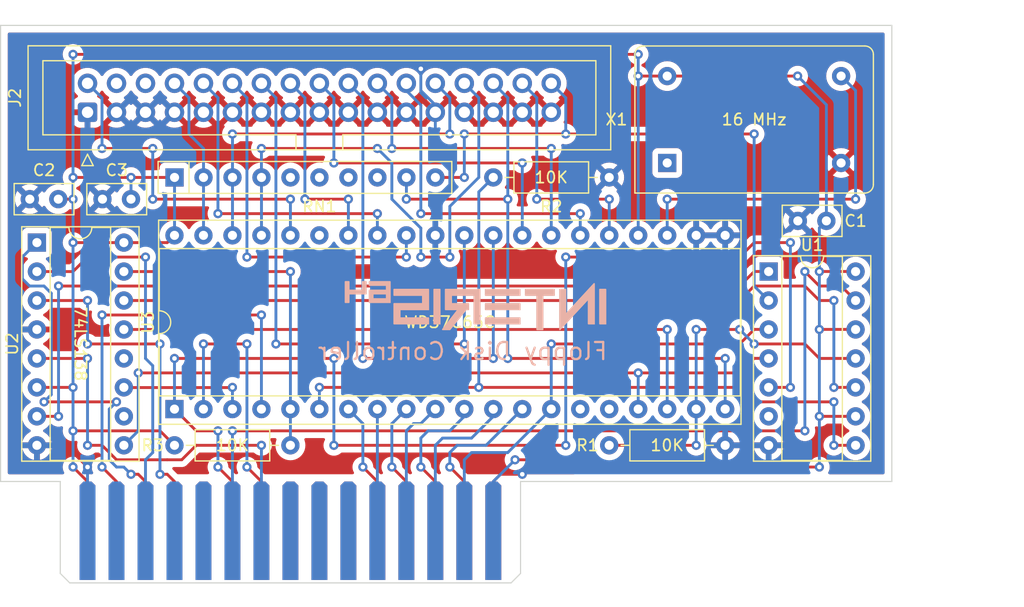
<source format=kicad_pcb>
(kicad_pcb (version 20221018) (generator pcbnew)
  (title_block (comment 4 "PCBWay Project ID: 2f39ce1e-3085-40ed-83fa-fc94c3b817a8"))
  (layers (0 "F.Cu" signal) (31 "B.Cu" signal) (34 "B.Paste" user) (35 "F.Paste" user) (36 "B.SilkS" user "B.Silkscreen") (37 "F.SilkS" user "F.Silkscreen") (38 "B.Mask" user) (39 "F.Mask" user) (44 "Edge.Cuts" user))
  (net 0 "")
  (net 1 "+5V")
  (net 2 "GND")
  (net 3 "A0")
  (net 4 "A2")
  (net 5 "A4")
  (net 7 "~{RD}")
  (net 8 "~{WR}")
  (net 11 "D0")
  (net 12 "D2")
  (net 13 "D4")
  (net 14 "D6")
  (net 15 "A1")
  (net 16 "A3")
  (net 19 "~{RESET}")
  (net 20 "~{SLOT}")
  (net 24 "D1")
  (net 25 "D3")
  (net 26 "D5")
  (net 27 "D7")
  (net 28 "Net-(J2-Pin_2)")
  (net 31 "Net-(J2-Pin_8)")
  (net 32 "Net-(J2-Pin_10)")
  (net 33 "Net-(J2-Pin_12)")
  (net 34 "Net-(J2-Pin_14)")
  (net 35 "Net-(J2-Pin_16)")
  (net 36 "Net-(J2-Pin_18)")
  (net 37 "Net-(J2-Pin_20)")
  (net 38 "Net-(J2-Pin_22)")
  (net 39 "Net-(J2-Pin_24)")
  (net 40 "Net-(J2-Pin_26)")
  (net 41 "Net-(J2-Pin_28)")
  (net 42 "Net-(J2-Pin_30)")
  (net 43 "Net-(J2-Pin_32)")
  (net 44 "~{DC}")
  (net 46 "TC")
  (net 49 "PORT00")
  (net 50 "RESET")
  (net 52 "Net-(U2-O7)")
  (net 53 "PORT02")
  (net 54 "FDC_LDOR")
  (net 57 "FDC_LDCR")
  (net 58 "FDC_CS")
  (net 61 "Net-(U3-CLK1)")
  (footprint "Connector_PCBEdge:Interis_Expansion_PCBEdge" (layer "F.Cu") (at 104.14 135.89)
    (fp_text reference "J1" hide)
    (fp_text value "Interis_Expansion_PCBEdge")
    (fp_line (start -20.1676 0) (end -25.4 0) (stroke (width 0.1)) (layer "Edge.Cuts"))
    (fp_line (start -20.1676 8.0645) (end -20.1676 0) (stroke (width 0.1)) (layer "Edge.Cuts"))
    (fp_line (start -20.1676 8.0645) (end -19.3421 8.89) (stroke (width 0.1)) (layer "Edge.Cuts"))
    (fp_line (start -19.3421 8.89) (end 19.3421 8.89) (stroke (width 0.1)) (layer "Edge.Cuts"))
    (fp_line (start 20.1676 0) (end 20.32 0) (stroke (width 0.1)) (layer "Edge.Cuts"))
    (fp_line (start 20.1676 8.0645) (end 19.3421 8.89) (stroke (width 0.1)) (layer "Edge.Cuts"))
    (fp_line (start 20.1676 8.0645) (end 20.1676 0) (stroke (width 0.1)) (layer "Edge.Cuts"))
  )
  (footprint "Capacitor_THT:C_Disc_D5.0mm_W2.5mm_P2.50mm" (layer "F.Cu") (at 83.8 111.125 180)
    (fp_text reference "C2")
    (fp_text value "0.1µF")
  )
  (footprint "Capacitor_THT:C_Disc_D5.0mm_W2.5mm_P2.50mm" (layer "F.Cu") (at 151.11 113.03 180)
    (fp_text reference "C1")
    (fp_text value "0.1µF")
  )
  (footprint "Resistor_THT:R_Axial_DIN0207_L6.3mm_D2.5mm_P10.16mm_Horizontal" (layer "F.Cu") (at 132.08 109.22 180)
    (fp_text reference "R2")
    (fp_text value "10K")
  )
  (footprint "Capacitor_THT:C_Disc_D5.0mm_W2.5mm_P2.50mm" (layer "F.Cu") (at 90.17 111.125 180)
    (fp_text reference "C3")
    (fp_text value "0.1µF")
  )
  (footprint "Oscillator:Oscillator_DIP-14" (layer "F.Cu") (at 137.16 107.95)
    (fp_text reference "X1")
    (fp_text value "16 MHz")
  )
  (footprint "Package_DIP:DIP-16_W7.62mm_Socket" (layer "F.Cu") (at 81.925 114.935)
    (fp_text reference "U2")
    (fp_text value "74LS138")
  )
  (footprint "Connector_IDC:IDC-Header_2x17_P2.54mm_Vertical" (layer "F.Cu") (at 86.36 103.505 90)
    (fp_text reference "J2")
    (fp_text value "Conn_02x17_Odd_Even")
  )
  (footprint "Resistor_THT:R_Axial_DIN0207_L6.3mm_D2.5mm_P10.16mm_Horizontal" (layer "F.Cu") (at 93.98 132.715)
    (fp_text reference "R3")
    (fp_text value "10K")
  )
  (footprint "Resistor_THT:R_Array_SIP10" (layer "F.Cu") (at 93.985 109.22)
    (fp_text reference "RN1")
    (fp_text value "100")
  )
  (footprint "Resistor_THT:R_Axial_DIN0207_L6.3mm_D2.5mm_P10.16mm_Horizontal" (layer "F.Cu") (at 132.08 132.715)
    (fp_text reference "R1")
    (fp_text value "10K")
  )
  (footprint "Package_DIP:DIP-40_W15.24mm_Socket" (layer "F.Cu") (at 93.98 129.54 90)
    (fp_text reference "U3")
    (fp_text value "WD37C65C")
  )
  (footprint "Package_DIP:DIP-14_W7.62mm_Socket" (layer "F.Cu") (at 146.05 117.475)
    (fp_text reference "U1")
    (fp_text value "74LS125")
  )
  (gr_poly (pts (xy 124.749947 119.549151) (xy 125.750186 119.549151) (xy 125.750186 122.555) (xy 126.252871 122.555) (xy 126.252871 119.549151) (xy 127.253111 119.549151) (xy 127.253111 119.046466) (xy 124.749947 119.046466)) (stroke (width 0.127)) (fill solid) (layer "B.SilkS"))
  (gr_poly (pts (xy 113.227392 119.549151) (xy 115.735686 119.549151) (xy 115.735686 120.298049) (xy 113.227392 120.298049) (xy 113.227392 122.052315) (xy 116.233241 122.052315) (xy 116.233241 121.549631) (xy 113.730078 121.549631) (xy 113.730078 120.800733) (xy 116.233241 120.800733) (xy 116.233241 119.046466) (xy 113.227392 119.046466)) (stroke (width 0.127)) (fill solid) (layer "B.SilkS"))
  (gr_poly (pts (xy 116.73202 122.052315) (xy 117.234704 122.052315) (xy 117.234704 119.046466) (xy 116.73202 119.046466)) (stroke (width 0.127)) (fill solid) (layer "B.SilkS"))
  (gr_poly (pts (xy 110.464428 119.121864) (xy 109.261062 119.121864) (xy 109.261062 118.370915) (xy 108.95945 118.370915) (xy 108.95945 120.174425) (xy 109.261062 120.174425) (xy 109.261062 119.423475) (xy 110.762961 119.423475) (xy 110.762961 118.370915) (xy 110.464428 118.370915)) (stroke (width 0.127)) (fill solid) (layer "B.SilkS"))
  (gr_poly (pts (xy 121.241621 120.800733) (xy 124.24747 120.800733) (xy 124.24747 120.298049) (xy 121.241621 120.298049)) (stroke (width 0.127)) (fill solid) (layer "B.SilkS"))
  (gr_poly (pts (xy 117.735551 120.800733) (xy 118.848639 120.800733) (xy 117.484209 122.555) (xy 118.11 122.555) (xy 119.530853 120.800733) (xy 119.741159 120.800733) (xy 119.741159 120.298049) (xy 118.238236 120.298049) (xy 118.238236 119.549151) (xy 120.243845 119.549151) (xy 120.243845 122.052315) (xy 120.7414 122.052315) (xy 120.7414 119.046466) (xy 117.735551 119.046466)) (stroke (width 0.127)) (fill solid) (layer "B.SilkS"))
  (gr_poly (pts (xy 121.241621 122.052315) (xy 124.24747 122.052315) (xy 124.24747 121.549631) (xy 121.241621 121.549631)) (stroke (width 0.127)) (fill solid) (layer "B.SilkS"))
  (gr_poly (pts (xy 121.241621 119.549151) (xy 124.24747 119.549151) (xy 124.24747 119.046466) (xy 121.241621 119.046466)) (stroke (width 0.127)) (fill solid) (layer "B.SilkS"))
  (gr_poly (pts (xy 111.063332 118.672526) (xy 112.56831 118.672526) (xy 112.56831 119.121864) (xy 111.063332 119.121864) (xy 111.063332 120.174425) (xy 112.866842 120.174425) (xy 112.866842 119.872814) (xy 112.56831 119.872814) (xy 111.364942 119.872814) (xy 111.364942 119.423475) (xy 112.56831 119.423475) (xy 112.56831 119.872814) (xy 112.866842 119.872814) (xy 112.866842 118.370915) (xy 111.063332 118.370915)) (stroke (width 0.127)) (fill solid) (layer "B.SilkS"))
  (gr_poly (pts (xy 131.25859 122.052315) (xy 131.761274 122.052315) (xy 131.761274 119.046466) (xy 131.25859 119.046466)) (stroke (width 0.127)) (fill solid) (layer "B.SilkS"))
  (gr_poly (pts (xy 128.256642 121.252124) (xy 128.256642 119.046466) (xy 127.753957 119.046466) (xy 127.753957 122.555) (xy 130.262251 119.846658) (xy 130.262251 122.052315) (xy 130.759806 122.052315) (xy 130.759806 118.543782)) (stroke (width 0.127)) (fill solid) (layer "B.SilkS"))
  (gr_line (start 78.74 135.89) (end 78.74 95.885) (stroke (width 0.1)) (layer "Edge.Cuts"))
  (gr_line (start 78.74 95.885) (end 156.845 95.885) (stroke (width 0.1)) (layer "Edge.Cuts"))
  (gr_line (start 156.845 95.885) (end 156.845 135.89) (stroke (width 0.1)) (layer "Edge.Cuts"))
  (gr_line (start 156.845 135.89) (end 124.46 135.89) (stroke (width 0.1)) (layer "Edge.Cuts"))
  (gr_text "Floppy Disk Controller" (at 132.036621 124.468161) (layer "B.SilkS") (effects (font (size 1.5 1.5) (thickness 0.2)) (justify left mirror)))
  (segment (start 92.71 131.445) (end 85.09 131.445) (width 0.25) (layer "F.Cu") (net 1))
  (segment (start 139.7 100.33) (end 134.62 100.33) (width 0.25) (layer "F.Cu") (net 1))
  (segment (start 89.545 114.935) (end 93.345 114.935) (width 0.25) (layer "F.Cu") (net 1))
  (segment (start 85.09 127.635) (end 81.28 127.635) (width 0.25) (layer "F.Cu") (net 1))
  (segment (start 134.62 98.425) (end 85.09 98.425) (width 0.25) (layer "F.Cu") (net 1))
  (segment (start 85.09 134.62) (end 86.36 135.89) (width 0.25) (layer "F.Cu") (net 1))
  (segment (start 83.8 111.125) (end 85.09 111.125) (width 0.25) (layer "F.Cu") (net 1))
  (segment (start 93.98 132.715) (end 92.71 131.445) (width 0.25) (layer "F.Cu") (net 1))
  (segment (start 85.09 109.22) (end 90.17 109.22) (width 0.25) (layer "F.Cu") (net 1))
  (segment (start 129.54 134.62) (end 150.495 134.62) (width 0.25) (layer "F.Cu") (net 1))
  (segment (start 150.5 117.47) (end 150.495 117.475) (width 0.25) (layer "F.Cu") (net 1))
  (segment (start 85.09 114.935) (end 88.895 114.935) (width 0.25) (layer "F.Cu") (net 1))
  (segment (start 153.68 117.47) (end 150.5 117.47) (width 0.25) (layer "F.Cu") (net 1))
  (segment (start 153.68 122.55) (end 150.5 122.55) (width 0.25) (layer "F.Cu") (net 1))
  (segment (start 150.495 130.175) (end 153.675 130.175) (width 0.25) (layer "F.Cu") (net 1))
  (segment (start 123.825 133.985) (end 128.905 133.985) (width 0.25) (layer "F.Cu") (net 1))
  (segment (start 93.345 114.935) (end 93.98 114.3) (width 0.25) (layer "F.Cu") (net 1))
  (segment (start 150.5 122.55) (end 150.495 122.555) (width 0.25) (layer "F.Cu") (net 1))
  (segment (start 148.59 100.33) (end 139.7 100.33) (width 0.25) (layer "F.Cu") (net 1))
  (segment (start 128.905 133.985) (end 129.54 134.62) (width 0.25) (layer "F.Cu") (net 1))
  (segment (start 90.17 109.22) (end 93.985 109.22) (width 0.25) (layer "F.Cu") (net 1))
  (via (at 85.09 127.635) (size 0.8) (drill 0.4) (layers "F.Cu" "B.Cu") (net 1))
  (via (at 85.09 114.935) (size 0.8) (drill 0.4) (layers "F.Cu" "B.Cu") (net 1))
  (via (at 85.09 134.62) (size 0.8) (drill 0.4) (layers "F.Cu" "B.Cu") (net 1))
  (via (at 148.59 100.33) (size 0.8) (drill 0.4) (layers "F.Cu" "B.Cu") (net 1))
  (via (at 85.09 131.445) (size 0.8) (drill 0.4) (layers "F.Cu" "B.Cu") (net 1))
  (via (at 123.825 133.985) (size 0.8) (drill 0.4) (layers "F.Cu" "B.Cu") (net 1))
  (via (at 150.495 117.475) (size 0.8) (drill 0.4) (layers "F.Cu" "B.Cu") (net 1))
  (via (at 85.09 109.22) (size 0.8) (drill 0.4) (layers "F.Cu" "B.Cu") (net 1))
  (via (at 85.09 111.125) (size 0.8) (drill 0.4) (layers "F.Cu" "B.Cu") (net 1))
  (via (at 150.495 134.62) (size 0.8) (drill 0.4) (layers "F.Cu" "B.Cu") (net 1))
  (via (at 150.495 122.555) (size 0.8) (drill 0.4) (layers "F.Cu" "B.Cu") (net 1))
  (via (at 134.62 98.425) (size 0.8) (drill 0.4) (layers "F.Cu" "B.Cu") (net 1))
  (via (at 90.17 109.22) (size 0.8) (drill 0.4) (layers "F.Cu" "B.Cu") (net 1))
  (via (at 150.495 130.175) (size 0.8) (drill 0.4) (layers "F.Cu" "B.Cu") (net 1))
  (via (at 134.62 100.33) (size 0.8) (drill 0.4) (layers "F.Cu" "B.Cu") (net 1))
  (via (at 85.09 98.425) (size 0.8) (drill 0.4) (layers "F.Cu" "B.Cu") (net 1))
  (segment (start 121.92 135.89) (end 123.825 133.985) (width 0.25) (layer "B.Cu") (net 1))
  (segment (start 85.09 111.125) (end 85.09 114.935) (width 0.25) (layer "B.Cu") (net 1))
  (segment (start 134.62 114.3) (end 134.62 100.33) (width 0.25) (layer "B.Cu") (net 1))
  (segment (start 148.59 100.33) (end 151.11 102.85) (width 0.25) (layer "B.Cu") (net 1))
  (segment (start 85.09 109.22) (end 85.09 111.125) (width 0.25) (layer "B.Cu") (net 1))
  (segment (start 85.09 109.22) (end 85.09 98.425) (width 0.25) (layer "B.Cu") (net 1))
  (segment (start 150.495 134.62) (end 150.495 130.175) (width 0.25) (layer "B.Cu") (net 1))
  (segment (start 85.09 114.935) (end 85.09 127.635) (width 0.25) (layer "B.Cu") (net 1))
  (segment (start 85.09 127.635) (end 85.09 131.445) (width 0.25) (layer "B.Cu") (net 1))
  (segment (start 93.985 109.22) (end 93.985 114.305) (width 0.25) (layer "B.Cu") (net 1))
  (segment (start 150.495 113.645) (end 151.11 113.03) (width 0.25) (layer "B.Cu") (net 1))
  (segment (start 150.495 122.555) (end 150.495 117.475) (width 0.25) (layer "B.Cu") (net 1))
  (segment (start 151.11 102.85) (end 151.11 113.03) (width 0.25) (layer "B.Cu") (net 1))
  (segment (start 150.495 117.475) (end 150.495 113.645) (width 0.25) (layer "B.Cu") (net 1))
  (segment (start 150.495 122.555) (end 150.495 130.175) (width 0.25) (layer "B.Cu") (net 1))
  (segment (start 90.17 111.125) (end 90.17 109.22) (width 0.25) (layer "B.Cu") (net 1))
  (segment (start 85.09 131.445) (end 85.09 134.62) (width 0.25) (layer "B.Cu") (net 1))
  (segment (start 134.62 98.425) (end 134.62 100.33) (width 0.25) (layer "B.Cu") (net 1))
  (segment (start 84.455 132.715) (end 86.36 134.62) (width 0.25) (layer "F.Cu") (net 2))
  (segment (start 122.555 135.255) (end 124.46 135.255) (width 0.25) (layer "F.Cu") (net 2))
  (segment (start 121.92 135.89) (end 122.555 135.255) (width 0.25) (layer "F.Cu") (net 2))
  (segment (start 81.925 132.715) (end 84.455 132.715) (width 0.25) (layer "F.Cu") (net 2))
  (via (at 115.57 99.695) (size 0.8) (drill 0.4) (layers "F.Cu" "B.Cu") (net 2))
  (via (at 124.46 135.255) (size 0.8) (drill 0.4) (layers "F.Cu" "B.Cu") (net 2))
  (via (at 86.36 134.62) (size 0.8) (drill 0.4) (layers "F.Cu" "B.Cu") (net 2))
  (segment (start 116.84 111.125) (end 118.11 109.855) (width 0.25) (layer "B.Cu") (net 2))
  (segment (start 115.57 101.6) (end 116.84 102.87) (width 0.25) (layer "B.Cu") (net 2))
  (segment (start 118.11 109.855) (end 118.11 108.585) (width 0.25) (layer "B.Cu") (net 2))
  (segment (start 116.84 114.3) (end 116.84 111.125) (width 0.25) (layer "B.Cu") (net 2))
  (segment (start 86.36 135.89) (end 86.36 134.62) (width 0.25) (layer "B.Cu") (net 2))
  (segment (start 118.11 108.585) (end 116.84 107.315) (width 0.25) (layer "B.Cu") (net 2))
  (segment (start 115.57 99.695) (end 115.57 101.6) (width 0.25) (layer "B.Cu") (net 2))
  (segment (start 116.84 102.87) (end 116.84 103.505) (width 0.25) (layer "B.Cu") (net 2))
  (segment (start 116.84 107.315) (end 116.84 103.505) (width 0.25) (layer "B.Cu") (net 2))
  (segment (start 88.9 135.89) (end 87.63 134.62) (width 0.25) (layer "F.Cu") (net 3))
  (segment (start 87.63 121.285) (end 101.6 121.285) (width 0.25) (layer "F.Cu") (net 3))
  (via (at 87.63 121.285) (size 0.8) (drill 0.4) (layers "F.Cu" "B.Cu") (net 3))
  (via (at 87.63 134.62) (size 0.8) (drill 0.4) (layers "F.Cu" "B.Cu") (net 3))
  (via (at 101.6 121.285) (size 0.8) (drill 0.4) (layers "F.Cu" "B.Cu") (net 3))
  (segment (start 87.63 134.62) (end 87.63 121.285) (width 0.25) (layer "B.Cu") (net 3))
  (segment (start 101.6 121.285) (end 101.6 129.54) (width 0.25) (layer "B.Cu") (net 3))
  (segment (start 90.805 135.255) (end 90.17 135.255) (width 0.25) (layer "F.Cu") (net 4))
  (segment (start 88.9 128.905) (end 82.55 128.905) (width 0.25) (layer "F.Cu") (net 4))
  (segment (start 91.44 135.89) (end 90.805 135.255) (width 0.25) (layer "F.Cu") (net 4))
  (via (at 82.55 128.905) (size 0.8) (drill 0.4) (layers "F.Cu" "B.Cu") (net 4))
  (via (at 90.17 135.255) (size 0.8) (drill 0.4) (layers "F.Cu" "B.Cu") (net 4))
  (via (at 88.9 128.905) (size 0.8) (drill 0.4) (layers "F.Cu" "B.Cu") (net 4))
  (segment (start 88.9 134.62) (end 89.535 134.62) (width 0.25) (layer "B.Cu") (net 4))
  (segment (start 83.185 128.27) (end 83.185 119.38) (width 0.25) (layer "B.Cu") (net 4))
  (segment (start 89.535 134.62) (end 90.17 135.255) (width 0.25) (layer "B.Cu") (net 4))
  (segment (start 80.645 116.205) (end 81.915 114.935) (width 0.25) (layer "B.Cu") (net 4))
  (segment (start 83.185 119.38) (end 82.55 118.745) (width 0.25) (layer "B.Cu") (net 4))
  (segment (start 81.915 114.935) (end 81.925 114.935) (width 0.25) (layer "B.Cu") (net 4))
  (segment (start 88.9 128.905) (end 88.265 129.54) (width 0.25) (layer "B.Cu") (net 4))
  (segment (start 82.55 128.905) (end 83.185 128.27) (width 0.25) (layer "B.Cu") (net 4))
  (segment (start 82.55 118.745) (end 81.28 118.745) (width 0.25) (layer "B.Cu") (net 4))
  (segment (start 88.265 129.54) (end 88.265 133.985) (width 0.25) (layer "B.Cu") (net 4))
  (segment (start 80.645 118.11) (end 80.645 116.205) (width 0.25) (layer "B.Cu") (net 4))
  (segment (start 81.28 118.745) (end 80.645 118.11) (width 0.25) (layer "B.Cu") (net 4))
  (segment (start 88.265 133.985) (end 88.9 134.62) (width 0.25) (layer "B.Cu") (net 4))
  (segment (start 86.36 120.015) (end 81.925 120.015) (width 0.25) (layer "F.Cu") (net 5))
  (segment (start 93.98 135.89) (end 93.345 135.255) (width 0.25) (layer "F.Cu") (net 5))
  (segment (start 93.345 135.255) (end 92.71 135.255) (width 0.25) (layer "F.Cu") (net 5))
  (segment (start 92.71 123.825) (end 86.36 123.825) (width 0.25) (layer "F.Cu") (net 5))
  (via (at 92.71 123.825) (size 0.8) (drill 0.4) (layers "F.Cu" "B.Cu") (net 5))
  (via (at 86.36 123.825) (size 0.8) (drill 0.4) (layers "F.Cu" "B.Cu") (net 5))
  (via (at 86.36 120.015) (size 0.8) (drill 0.4) (layers "F.Cu" "B.Cu") (net 5))
  (via (at 92.71 135.255) (size 0.8) (drill 0.4) (layers "F.Cu" "B.Cu") (net 5))
  (segment (start 92.71 135.255) (end 92.71 123.825) (width 0.25) (layer "B.Cu") (net 5))
  (segment (start 86.36 123.825) (end 86.36 120.015) (width 0.25) (layer "B.Cu") (net 5))
  (segment (start 97.79 131.445) (end 95.885 131.445) (width 0.25) (layer "F.Cu") (net 7))
  (segment (start 147.955 127.635) (end 146.065 127.635) (width 0.25) (layer "F.Cu") (net 7))
  (segment (start 128.27 116.205) (end 143.51 116.205) (width 0.25) (layer "F.Cu") (net 7))
  (segment (start 93.98 125.095) (end 107.95 125.095) (width 0.25) (layer "F.Cu") (net 7))
  (segment (start 146.065 127.635) (end 146.06 127.63) (width 0.25) (layer "F.Cu") (net 7))
  (segment (start 144.78 114.935) (end 147.955 114.935) (width 0.25) (layer "F.Cu") (net 7))
  (segment (start 95.885 131.445) (end 93.98 129.54) (width 0.25) (layer "F.Cu") (net 7))
  (segment (start 143.51 116.205) (end 144.78 114.935) (width 0.25) (layer "F.Cu") (net 7))
  (segment (start 125.73 132.715) (end 128.27 132.715) (width 0.25) (layer "F.Cu") (net 7))
  (segment (start 99.06 135.89) (end 97.79 134.62) (width 0.25) (layer "F.Cu") (net 7))
  (segment (start 107.95 132.715) (end 125.73 132.715) (width 0.25) (layer "F.Cu") (net 7))
  (via (at 97.79 134.62) (size 0.8) (drill 0.4) (layers "F.Cu" "B.Cu") (net 7))
  (via (at 128.27 132.715) (size 0.8) (drill 0.4) (layers "F.Cu" "B.Cu") (net 7))
  (via (at 128.27 116.205) (size 0.8) (drill 0.4) (layers "F.Cu" "B.Cu") (net 7))
  (via (at 147.955 127.635) (size 0.8) (drill 0.4) (layers "F.Cu" "B.Cu") (net 7))
  (via (at 107.95 125.095) (size 0.8) (drill 0.4) (layers "F.Cu" "B.Cu") (net 7))
  (via (at 93.98 125.095) (size 0.8) (drill 0.4) (layers "F.Cu" "B.Cu") (net 7))
  (via (at 147.955 114.935) (size 0.8) (drill 0.4) (layers "F.Cu" "B.Cu") (net 7))
  (via (at 107.95 132.715) (size 0.8) (drill 0.4) (layers "F.Cu" "B.Cu") (net 7))
  (via (at 97.79 131.445) (size 0.8) (drill 0.4) (layers "F.Cu" "B.Cu") (net 7))
  (segment (start 97.79 134.62) (end 97.79 131.445) (width 0.25) (layer "B.Cu") (net 7))
  (segment (start 107.95 125.095) (end 107.95 132.715) (width 0.25) (layer "B.Cu") (net 7))
  (segment (start 93.98 129.54) (end 93.98 125.095) (width 0.25) (layer "B.Cu") (net 7))
  (segment (start 147.955 114.935) (end 147.955 127.635) (width 0.25) (layer "B.Cu") (net 7))
  (segment (start 128.27 132.715) (end 128.27 116.205) (width 0.25) (layer "B.Cu") (net 7))
  (segment (start 101.6 135.89) (end 100.33 134.62) (width 0.25) (layer "F.Cu") (net 8))
  (segment (start 100.33 123.825) (end 96.52 123.825) (width 0.25) (layer "F.Cu") (net 8))
  (via (at 96.52 123.825) (size 0.8) (drill 0.4) (layers "F.Cu" "B.Cu") (net 8))
  (via (at 100.33 123.825) (size 0.8) (drill 0.4) (layers "F.Cu" "B.Cu") (net 8))
  (via (at 100.33 134.62) (size 0.8) (drill 0.4) (layers "F.Cu" "B.Cu") (net 8))
  (segment (start 96.52 123.825) (end 96.52 129.54) (width 0.25) (layer "B.Cu") (net 8))
  (segment (start 100.33 134.62) (end 100.33 123.825) (width 0.25) (layer "B.Cu") (net 8))
  (segment (start 111.76 135.89) (end 110.49 134.62) (width 0.25) (layer "F.Cu") (net 11))
  (via (at 110.49 134.62) (size 0.8) (drill 0.4) (layers "F.Cu" "B.Cu") (net 11))
  (segment (start 110.49 130.81) (end 110.49 134.62) (width 0.25) (layer "B.Cu") (net 11))
  (segment (start 109.225 129.545) (end 110.49 130.81) (width 0.25) (layer "B.Cu") (net 11))
  (segment (start 114.3 135.89) (end 113.03 134.62) (width 0.25) (layer "F.Cu") (net 12))
  (via (at 113.03 134.62) (size 0.8) (drill 0.4) (layers "F.Cu" "B.Cu") (net 12))
  (segment (start 114.305 129.545) (end 113.04 130.81) (width 0.25) (layer "B.Cu") (net 12))
  (segment (start 113.03 130.81) (end 113.03 134.62) (width 0.25) (layer "B.Cu") (net 12))
  (segment (start 113.04 130.81) (end 113.03 130.81) (width 0.25) (layer "B.Cu") (net 12))
  (segment (start 116.84 135.89) (end 115.57 134.62) (width 0.25) (layer "F.Cu") (net 13))
  (via (at 115.57 134.62) (size 0.8) (drill 0.4) (layers "F.Cu" "B.Cu") (net 13))
  (segment (start 115.57 132.08) (end 115.57 134.62) (width 0.25) (layer "B.Cu") (net 13))
  (segment (start 116.205 131.445) (end 115.57 132.08) (width 0.25) (layer "B.Cu") (net 13))
  (segment (start 118.11 131.445) (end 116.205 131.445) (width 0.25) (layer "B.Cu") (net 13))
  (segment (start 119.385 130.17) (end 118.11 131.445) (width 0.25) (layer "B.Cu") (net 13))
  (segment (start 119.38 135.89) (end 118.11 134.62) (width 0.25) (layer "F.Cu") (net 14))
  (via (at 118.11 134.62) (size 0.8) (drill 0.4) (layers "F.Cu" "B.Cu") (net 14))
  (segment (start 124.455 129.545) (end 121.285 132.715) (width 0.25) (layer "B.Cu") (net 14))
  (segment (start 121.285 132.715) (end 118.745 132.715) (width 0.25) (layer "B.Cu") (net 14))
  (segment (start 118.11 133.35) (end 118.11 134.62) (width 0.25) (layer "B.Cu") (net 14))
  (segment (start 118.745 132.715) (end 118.11 133.35) (width 0.25) (layer "B.Cu") (net 14))
  (segment (start 85.09 117.475) (end 81.925 117.475) (width 0.25) (layer "F.Cu") (net 16))
  (segment (start 91.44 116.205) (end 86.36 116.205) (width 0.25) (layer "F.Cu") (net 16))
  (segment (start 86.36 116.205) (end 85.09 117.475) (width 0.25) (layer "F.Cu") (net 16))
  (via (at 91.44 116.205) (size 0.8) (drill 0.4) (layers "F.Cu" "B.Cu") (net 16))
  (segment (start 91.44 135.89) (end 91.44 133.985) (width 0.25) (layer "B.Cu") (net 16))
  (segment (start 91.44 125.095) (end 91.44 116.205) (width 0.25) (layer "B.Cu") (net 16))
  (segment (start 92.075 133.35) (end 92.075 125.73) (width 0.25) (layer "B.Cu") (net 16))
  (segment (start 91.44 133.985) (end 92.075 133.35) (width 0.25) (layer "B.Cu") (net 16))
  (segment (start 92.075 125.73) (end 91.44 125.095) (width 0.25) (layer "B.Cu") (net 16))
  (segment (start 153.68 120.01) (end 153.665 120.01) (width 0.25) (layer "F.Cu") (net 19))
  (segment (start 149.225 131.445) (end 99.06 131.445) (width 0.25) (layer "F.Cu") (net 19))
  (segment (start 153.665 120.01) (end 152.4 118.745) (width 0.25) (layer "F.Cu") (net 19))
  (segment (start 150.495 118.745) (end 149.225 117.475) (width 0.25) (layer "F.Cu") (net 19))
  (segment (start 152.4 118.745) (end 150.495 118.745) (width 0.25) (layer "F.Cu") (net 19))
  (via (at 149.225 117.475) (size 0.8) (drill 0.4) (layers "F.Cu" "B.Cu") (net 19))
  (via (at 149.225 131.445) (size 0.8) (drill 0.4) (layers "F.Cu" "B.Cu") (net 19))
  (via (at 99.06 131.445) (size 0.8) (drill 0.4) (layers "F.Cu" "B.Cu") (net 19))
  (segment (start 99.06 131.445) (end 99.06 135.89) (width 0.25) (layer "B.Cu") (net 19))
  (segment (start 149.225 117.475) (end 149.225 131.445) (width 0.25) (layer "B.Cu") (net 19))
  (segment (start 101.6 132.715) (end 95.885 132.715) (width 0.25) (layer "F.Cu") (net 20))
  (segment (start 95.885 132.715) (end 94.615 133.985) (width 0.25) (layer "F.Cu") (net 20))
  (segment (start 86.36 125.095) (end 81.925 125.095) (width 0.25) (layer "F.Cu") (net 20))
  (segment (start 93.345 133.985) (end 88.9 133.985) (width 0.25) (layer "F.Cu") (net 20))
  (segment (start 88.9 133.985) (end 87.63 132.715) (width 0.25) (layer "F.Cu") (net 20))
  (segment (start 87.63 132.715) (end 86.36 132.715) (width 0.25) (layer "F.Cu") (net 20))
  (segment (start 94.615 133.985) (end 93.345 133.985) (width 0.25) (layer "F.Cu") (net 20))
  (via (at 86.36 132.715) (size 0.8) (drill 0.4) (layers "F.Cu" "B.Cu") (net 20))
  (via (at 86.36 125.095) (size 0.8) (drill 0.4) (layers "F.Cu" "B.Cu") (net 20))
  (via (at 101.6 132.715) (size 0.8) (drill 0.4) (layers "F.Cu" "B.Cu") (net 20))
  (segment (start 101.6 135.89) (end 101.6 132.715) (width 0.25) (layer "B.Cu") (net 20))
  (segment (start 86.36 132.715) (end 86.36 125.095) (width 0.25) (layer "B.Cu") (net 20))
  (segment (start 111.76 129.55) (end 111.76 135.89) (width 0.25) (layer "B.Cu") (net 24))
  (segment (start 114.935 130.81) (end 114.3 131.445) (width 0.25) (layer "B.Cu") (net 25))
  (segment (start 115.57 130.81) (end 114.935 130.81) (width 0.25) (layer "B.Cu") (net 25))
  (segment (start 116.835 129.545) (end 115.57 130.81) (width 0.25) (layer "B.Cu") (net 25))
  (segment (start 114.3 131.445) (end 114.3 135.89) (width 0.25) (layer "B.Cu") (net 25))
  (segment (start 117.475 132.08) (end 116.84 132.715) (width 0.25) (layer "B.Cu") (net 26))
  (segment (start 121.925 130.17) (end 120.015 132.08) (width 0.25) (layer "B.Cu") (net 26))
  (segment (start 120.015 132.08) (end 117.475 132.08) (width 0.25) (layer "B.Cu") (net 26))
  (segment (start 116.84 132.715) (end 116.84 135.89) (width 0.25) (layer "B.Cu") (net 26))
  (segment (start 146.06 122.55) (end 144.785 122.55) (width 0.25) (layer "F.Cu") (net 27))
  (segment (start 144.785 122.55) (end 144.78 122.555) (width 0.25) (layer "F.Cu") (net 27))
  (segment (start 144.78 122.555) (end 143.51 123.825) (width 0.25) (layer "F.Cu") (net 27))
  (segment (start 143.51 123.825) (end 127 123.825) (width 0.25) (layer "F.Cu") (net 27))
  (via (at 127 123.825) (size 0.8) (drill 0.4) (layers "F.Cu" "B.Cu") (net 27))
  (segment (start 120.015 133.35) (end 119.38 133.985) (width 0.25) (layer "B.Cu") (net 27))
  (segment (start 123.19 133.35) (end 120.015 133.35) (width 0.25) (layer "B.Cu") (net 27))
  (segment (start 119.38 133.985) (end 119.38 135.89) (width 0.25) (layer "B.Cu") (net 27))
  (segment (start 126.995 129.545) (end 123.19 133.35) (width 0.25) (layer "B.Cu") (net 27))
  (segment (start 127 123.825) (end 127 129.54) (width 0.25) (layer "B.Cu") (net 27))
  (segment (start 92.075 106.68) (end 87.63 106.68) (width 0.25) (layer "F.Cu") (net 28))
  (segment (start 104.14 111.125) (end 92.075 111.125) (width 0.25) (layer "F.Cu") (net 28))
  (via (at 87.63 106.68) (size 0.8) (drill 0.4) (layers "F.Cu" "B.Cu") (net 28))
  (via (at 92.075 106.68) (size 0.8) (drill 0.4) (layers "F.Cu" "B.Cu") (net 28))
  (via (at 104.14 111.125) (size 0.8) (drill 0.4) (layers "F.Cu" "B.Cu") (net 28))
  (via (at 92.075 111.125) (size 0.8) (drill 0.4) (layers "F.Cu" "B.Cu") (net 28))
  (segment (start 92.075 111.125) (end 92.075 106.68) (width 0.25) (layer "B.Cu") (net 28))
  (segment (start 104.14 114.3) (end 104.14 111.125) (width 0.25) (layer "B.Cu") (net 28))
  (segment (start 87.63 106.68) (end 87.63 102.235) (width 0.25) (layer "B.Cu") (net 28))
  (segment (start 87.63 102.235) (end 86.36 100.965) (width 0.25) (layer "B.Cu") (net 28))
  (segment (start 95.25 102.235) (end 95.25 105.41) (width 0.25) (layer "B.Cu") (net 31))
  (segment (start 95.25 105.41) (end 96.525 106.685) (width 0.25) (layer "B.Cu") (net 31))
  (segment (start 93.98 100.965) (end 95.25 102.235) (width 0.25) (layer "B.Cu") (net 31))
  (segment (start 96.525 109.22) (end 96.525 114.305) (width 0.25) (layer "B.Cu") (net 31))
  (segment (start 96.525 106.685) (end 96.525 109.22) (width 0.25) (layer "B.Cu") (net 31))
  (segment (start 111.76 112.395) (end 97.79 112.395) (width 0.25) (layer "F.Cu") (net 32))
  (via (at 97.79 112.395) (size 0.8) (drill 0.4) (layers "F.Cu" "B.Cu") (net 32))
  (via (at 111.76 112.395) (size 0.8) (drill 0.4) (layers "F.Cu" "B.Cu") (net 32))
  (segment (start 111.76 114.3) (end 111.76 112.395) (width 0.25) (layer "B.Cu") (net 32))
  (segment (start 97.79 112.395) (end 97.79 102.235) (width 0.25) (layer "B.Cu") (net 32))
  (segment (start 97.79 102.235) (end 96.52 100.965) (width 0.25) (layer "B.Cu") (net 32))
  (segment (start 114.3 116.205) (end 100.33 116.205) (width 0.25) (layer "F.Cu") (net 33))
  (via (at 100.33 116.205) (size 0.8) (drill 0.4) (layers "F.Cu" "B.Cu") (net 33))
  (via (at 114.3 116.205) (size 0.8) (drill 0.4) (layers "F.Cu" "B.Cu") (net 33))
  (segment (start 100.33 102.235) (end 99.06 100.965) (width 0.25) (layer "B.Cu") (net 33))
  (segment (start 100.33 116.205) (end 100.33 102.235) (width 0.25) (layer "B.Cu") (net 33))
  (segment (start 114.3 114.3) (end 114.3 116.205) (width 0.25) (layer "B.Cu") (net 33))
  (segment (start 119.38 123.825) (end 102.87 123.825) (width 0.25) (layer "F.Cu") (net 34))
  (via (at 102.87 123.825) (size 0.8) (drill 0.4) (layers "F.Cu" "B.Cu") (net 34))
  (via (at 119.38 123.825) (size 0.8) (drill 0.4) (layers "F.Cu" "B.Cu") (net 34))
  (segment (start 119.38 114.3) (end 119.38 123.825) (width 0.25) (layer "B.Cu") (net 34))
  (segment (start 102.87 123.825) (end 102.87 102.235) (width 0.25) (layer "B.Cu") (net 34))
  (segment (start 102.87 102.235) (end 101.6 100.965) (width 0.25) (layer "B.Cu") (net 34))
  (segment (start 105.41 111.125) (end 109.22 111.125) (width 0.25) (layer "F.Cu") (net 35))
  (via (at 109.22 111.125) (size 0.8) (drill 0.4) (layers "F.Cu" "B.Cu") (net 35))
  (via (at 105.41 111.125) (size 0.8) (drill 0.4) (layers "F.Cu" "B.Cu") (net 35))
  (segment (start 109.22 111.125) (end 109.22 114.3) (width 0.25) (layer "B.Cu") (net 35))
  (segment (start 105.41 102.235) (end 104.14 100.965) (width 0.25) (layer "B.Cu") (net 35))
  (segment (start 105.41 111.125) (end 105.41 102.235) (width 0.25) (layer "B.Cu") (net 35))
  (segment (start 124.46 107.95) (end 107.95 107.95) (width 0.25) (layer "F.Cu") (net 36))
  (via (at 124.46 107.95) (size 0.8) (drill 0.4) (layers "F.Cu" "B.Cu") (net 36))
  (via (at 107.95 107.95) (size 0.8) (drill 0.4) (layers "F.Cu" "B.Cu") (net 36))
  (segment (start 124.46 114.3) (end 124.46 107.95) (width 0.25) (layer "B.Cu") (net 36))
  (segment (start 107.95 102.235) (end 106.68 100.965) (width 0.25) (layer "B.Cu") (net 36))
  (segment (start 107.95 107.95) (end 107.95 102.235) (width 0.25) (layer "B.Cu") (net 36))
  (segment (start 121.92 125.095) (end 110.49 125.095) (width 0.25) (layer "F.Cu") (net 37))
  (via (at 110.49 125.095) (size 0.8) (drill 0.4) (layers "F.Cu" "B.Cu") (net 37))
  (via (at 121.92 125.095) (size 0.8) (drill 0.4) (layers "F.Cu" "B.Cu") (net 37))
  (segment (start 110.49 125.095) (end 110.49 102.235) (width 0.25) (layer "B.Cu") (net 37))
  (segment (start 110.49 102.235) (end 109.22 100.965) (width 0.25) (layer "B.Cu") (net 37))
  (segment (start 121.92 114.3) (end 121.92 125.095) (width 0.25) (layer "B.Cu") (net 37))
  (segment (start 113.03 106.68) (end 127 106.68) (width 0.25) (layer "F.Cu") (net 38))
  (via (at 127 106.68) (size 0.8) (drill 0.4) (layers "F.Cu" "B.Cu") (net 38))
  (via (at 113.03 106.68) (size 0.8) (drill 0.4) (layers "F.Cu" "B.Cu") (net 38))
  (segment (start 113.03 102.235) (end 113.03 106.68) (width 0.25) (layer "B.Cu") (net 38))
  (segment (start 111.76 100.965) (end 113.03 102.235) (width 0.25) (layer "B.Cu") (net 38))
  (segment (start 127 106.68) (end 127 114.3) (width 0.25) (layer "B.Cu") (net 38))
  (segment (start 129.54 112.395) (end 115.57 112.395) (width 0.25) (layer "F.Cu") (net 39))
  (via (at 129.54 112.395) (size 0.8) (drill 0.4) (layers "F.Cu" "B.Cu") (net 39))
  (via (at 115.57 112.395) (size 0.8) (drill 0.4) (layers "F.Cu" "B.Cu") (net 39))
  (segment (start 129.54 114.3) (end 129.54 112.395) (width 0.25) (layer "B.Cu") (net 39))
  (segment (start 115.57 112.395) (end 115.57 102.87) (width 0.25) (layer "B.Cu") (net 39))
  (segment (start 114.3 101.6) (end 114.3 100.965) (width 0.25) (layer "B.Cu") (net 39))
  (segment (start 115.57 102.87) (end 114.3 101.6) (width 0.25) (layer "B.Cu") (net 39))
  (segment (start 99.06 105.41) (end 118.11 105.41) (width 0.25) (layer "F.Cu") (net 40))
  (via (at 99.06 105.41) (size 0.8) (drill 0.4) (layers "F.Cu" "B.Cu") (net 40))
  (via (at 118.11 105.41) (size 0.8) (drill 0.4) (layers "F.Cu" "B.Cu") (net 40))
  (segment (start 99.065 105.415) (end 99.06 105.41) (width 0.25) (layer "B.Cu") (net 40))
  (segment (start 99.065 109.22) (end 99.065 114.305) (width 0.25) (layer "B.Cu") (net 40))
  (segment (start 116.84 100.965) (end 118.11 102.235) (width 0.25) (layer "B.Cu") (net 40))
  (segment (start 99.065 109.22) (end 99.065 105.415) (width 0.25) (layer "B.Cu") (net 40))
  (segment (start 118.11 102.235) (end 118.11 105.41) (width 0.25) (layer "B.Cu") (net 40))
  (segment (start 118.11 116.205) (end 115.57 116.205) (width 0.25) (layer "F.Cu") (net 41))
  (segment (start 111.76 106.68) (end 101.6 106.68) (width 0.25) (layer "F.Cu") (net 41))
  (via (at 115.57 116.205) (size 0.8) (drill 0.4) (layers "F.Cu" "B.Cu") (net 41))
  (via (at 111.76 106.68) (size 0.8) (drill 0.4) (layers "F.Cu" "B.Cu") (net 41))
  (via (at 101.6 106.68) (size 0.8) (drill 0.4) (layers "F.Cu" "B.Cu") (net 41))
  (via (at 118.11 116.205) (size 0.8) (drill 0.4) (layers "F.Cu" "B.Cu") (net 41))
  (segment (start 115.57 116.205) (end 115.57 113.665) (width 0.25) (layer "B.Cu") (net 41))
  (segment (start 101.6 106.68) (end 101.6 109.215) (width 0.25) (layer "B.Cu") (net 41))
  (segment (start 120.65 102.235) (end 120.65 109.22) (width 0.25) (layer "B.Cu") (net 41))
  (segment (start 114.3 112.395) (end 113.03 111.125) (width 0.25) (layer "B.Cu") (net 41))
  (segment (start 101.6 109.215) (end 101.605 109.22) (width 0.25) (layer "B.Cu") (net 41))
  (segment (start 113.03 111.125) (end 113.03 107.95) (width 0.25) (layer "B.Cu") (net 41))
  (segment (start 101.605 109.22) (end 101.605 114.295) (width 0.25) (layer "B.Cu") (net 41))
  (segment (start 101.605 114.295) (end 101.6 114.3) (width 0.25) (layer "B.Cu") (net 41))
  (segment (start 119.38 110.49) (end 118.11 111.76) (width 0.25) (layer "B.Cu") (net 41))
  (segment (start 115.57 113.665) (end 114.3 112.395) (width 0.25) (layer "B.Cu") (net 41))
  (segment (start 120.65 109.22) (end 119.38 110.49) (width 0.25) (layer "B.Cu") (net 41))
  (segment (start 118.11 111.76) (end 118.11 116.205) (width 0.25) (layer "B.Cu") (net 41))
  (segment (start 119.38 100.965) (end 120.65 102.235) (width 0.25) (layer "B.Cu") (net 41))
  (segment (start 113.03 107.95) (end 111.76 106.68) (width 0.25) (layer "B.Cu") (net 41))
  (segment (start 114.3 111.125) (end 123.19 111.125) (width 0.25) (layer "F.Cu") (net 42))
  (segment (start 123.19 125.095) (end 142.24 125.095) (width 0.25) (layer "F.Cu") (net 42))
  (via (at 114.3 111.125) (size 0.8) (drill 0.4) (layers "F.Cu" "B.Cu") (net 42))
  (via (at 123.19 111.125) (size 0.8) (drill 0.4) (layers "F.Cu" "B.Cu") (net 42))
  (via (at 142.24 125.095) (size 0.8) (drill 0.4) (layers "F.Cu" "B.Cu") (net 42))
  (via (at 123.19 125.095) (size 0.8) (drill 0.4) (layers "F.Cu" "B.Cu") (net 42))
  (segment (start 114.305 109.22) (end 114.305 111.12) (width 0.25) (layer "B.Cu") (net 42))
  (segment (start 123.19 102.235) (end 123.19 111.125) (width 0.25) (layer "B.Cu") (net 42))
  (segment (start 123.19 111.125) (end 123.19 125.095) (width 0.25) (layer "B.Cu") (net 42))
  (segment (start 121.92 100.965) (end 123.19 102.235) (width 0.25) (layer "B.Cu") (net 42))
  (segment (start 142.24 125.095) (end 142.24 129.54) (width 0.25) (layer "B.Cu") (net 42))
  (segment (start 114.305 111.12) (end 114.3 111.125) (width 0.25) (layer "B.Cu") (net 42))
  (segment (start 132.08 111.125) (end 125.73 111.125) (width 0.25) (layer "F.Cu") (net 43))
  (via (at 125.73 111.125) (size 0.8) (drill 0.4) (layers "F.Cu" "B.Cu") (net 43))
  (via (at 132.08 111.125) (size 0.8) (drill 0.4) (layers "F.Cu" "B.Cu") (net 43))
  (segment (start 132.08 114.3) (end 132.08 111.125) (width 0.25) (layer "B.Cu") (net 43))
  (segment (start 125.73 111.125) (end 125.73 102.235) (width 0.25) (layer "B.Cu") (net 43))
  (segment (start 125.73 102.235) (end 124.46 100.965) (width 0.25) (layer "B.Cu") (net 43))
  (segment (start 144.78 105.41) (end 128.27 105.41) (width 0.25) (layer "F.Cu") (net 44))
  (segment (start 119.38 109.22) (end 116.845 109.22) (width 0.25) (layer "F.Cu") (net 44))
  (segment (start 128.27 105.41) (end 119.38 105.41) (width 0.25) (layer "F.Cu") (net 44))
  (via (at 128.27 105.41) (size 0.8) (drill 0.4) (layers "F.Cu" "B.Cu") (net 44))
  (via (at 144.78 105.41) (size 0.8) (drill 0.4) (layers "F.Cu" "B.Cu") (net 44))
  (via (at 119.38 105.41) (size 0.8) (drill 0.4) (layers "F.Cu" "B.Cu") (net 44))
  (via (at 119.38 109.22) (size 0.8) (drill 0.4) (layers "F.Cu" "B.Cu") (net 44))
  (segment (start 127 100.965) (end 128.27 102.235) (width 0.25) (layer "B.Cu") (net 44))
  (segment (start 119.38 105.41) (end 119.38 109.22) (width 0.25) (layer "B.Cu") (net 44))
  (segment (start 144.78 105.41) (end 144.78 118.745) (width 0.25) (layer "B.Cu") (net 44))
  (segment (start 144.78 118.745) (end 146.045 120.01) (width 0.25) (layer "B.Cu") (net 44))
  (segment (start 128.27 102.235) (end 128.27 105.41) (width 0.25) (layer "B.Cu") (net 44))
  (segment (start 144.78 128.905) (end 151.765 128.905) (width 0.25) (layer "F.Cu") (net 46))
  (segment (start 143.51 127.635) (end 144.78 128.905) (width 0.25) (layer "F.Cu") (net 46))
  (segment (start 151.765 132.715) (end 153.67 132.715) (width 0.25) (layer "F.Cu") (net 46))
  (segment (start 120.65 127.635) (end 143.51 127.635) (width 0.25) (layer "F.Cu") (net 46))
  (segment (start 106.68 127.635) (end 120.65 127.635) (width 0.25) (layer "F.Cu") (net 46))
  (via (at 106.68 127.635) (size 0.8) (drill 0.4) (layers "F.Cu" "B.Cu") (net 46))
  (via (at 151.765 132.715) (size 0.8) (drill 0.4) (layers "F.Cu" "B.Cu") (net 46))
  (via (at 120.65 127.635) (size 0.8) (drill 0.4) (layers "F.Cu" "B.Cu") (net 46))
  (via (at 151.765 128.905) (size 0.8) (drill 0.4) (layers "F.Cu" "B.Cu") (net 46))
  (segment (start 120.65 110.49) (end 121.92 109.22) (width 0.25) (layer "B.Cu") (net 46))
  (segment (start 120.65 127.635) (end 120.65 110.49) (width 0.25) (layer "B.Cu") (net 46))
  (segment (start 151.765 128.905) (end 151.765 132.715) (width 0.25) (layer "B.Cu") (net 46))
  (segment (start 106.68 129.54) (end 106.68 127.635) (width 0.25) (layer "B.Cu") (net 46))
  (segment (start 89.545 117.475) (end 104.14 117.475) (width 0.25) (layer "F.Cu") (net 49))
  (via (at 104.14 117.475) (size 0.8) (drill 0.4) (layers "F.Cu" "B.Cu") (net 49))
  (segment (start 104.14 129.55) (end 104.14 132.715) (width 0.25) (layer "B.Cu") (net 49))
  (segment (start 104.14 117.475) (end 104.14 129.54) (width 0.25) (layer "B.Cu") (net 49))
  (segment (start 150.495 125.095) (end 153.675 125.095) (width 0.25) (layer "F.Cu") (net 50))
  (segment (start 149.225 123.825) (end 150.495 125.095) (width 0.25) (layer "F.Cu") (net 50))
  (segment (start 139.7 122.555) (end 143.51 122.555) (width 0.25) (layer "F.Cu") (net 50))
  (segment (start 132.08 132.715) (end 139.7 132.715) (width 0.25) (layer "F.Cu") (net 50))
  (segment (start 153.675 125.095) (end 153.68 125.09) (width 0.25) (layer "F.Cu") (net 50))
  (segment (start 144.78 123.825) (end 149.225 123.825) (width 0.25) (layer "F.Cu") (net 50))
  (via (at 139.7 122.555) (size 0.8) (drill 0.4) (layers "F.Cu" "B.Cu") (net 50))
  (via (at 139.7 132.715) (size 0.8) (drill 0.4) (layers "F.Cu" "B.Cu") (net 50))
  (via (at 143.51 122.555) (size 0.8) (drill 0.4) (layers "F.Cu" "B.Cu") (net 50))
  (via (at 144.78 123.825) (size 0.8) (drill 0.4) (layers "F.Cu" "B.Cu") (net 50))
  (segment (start 139.7 129.54) (end 139.7 122.555) (width 0.25) (layer "B.Cu") (net 50))
  (segment (start 143.51 122.555) (end 144.78 123.825) (width 0.25) (layer "B.Cu") (net 50))
  (segment (start 139.7 129.55) (end 139.7 132.715) (width 0.25) (layer "B.Cu") (net 50))
  (segment (start 83.82 130.175) (end 81.925 130.175) (width 0.25) (layer "F.Cu") (net 52))
  (segment (start 144.785 117.47) (end 143.51 118.745) (width 0.25) (layer "F.Cu") (net 52))
  (segment (start 146.06 117.47) (end 144.785 117.47) (width 0.25) (layer "F.Cu") (net 52))
  (segment (start 143.51 118.745) (end 83.82 118.745) (width 0.25) (layer "F.Cu") (net 52))
  (via (at 83.82 118.745) (size 0.8) (drill 0.4) (layers "F.Cu" "B.Cu") (net 52))
  (via (at 83.82 130.175) (size 0.8) (drill 0.4) (layers "F.Cu" "B.Cu") (net 52))
  (segment (start 83.82 118.745) (end 83.82 130.175) (width 0.25) (layer "B.Cu") (net 52))
  (segment (start 88.9 120.015) (end 143.51 120.015) (width 0.25) (layer "F.Cu") (net 53))
  (segment (start 143.51 120.015) (end 144.78 118.745) (width 0.25) (layer "F.Cu") (net 53))
  (segment (start 144.78 118.745) (end 149.225 118.745) (width 0.25) (layer "F.Cu") (net 53))
  (segment (start 150.495 120.015) (end 151.765 120.015) (width 0.25) (layer "F.Cu") (net 53))
  (segment (start 149.225 118.745) (end 150.495 120.015) (width 0.25) (layer "F.Cu") (net 53))
  (segment (start 151.765 127.635) (end 153.675 127.635) (width 0.25) (layer "F.Cu") (net 53))
  (via (at 151.765 120.015) (size 0.8) (drill 0.4) (layers "F.Cu" "B.Cu") (net 53))
  (via (at 151.765 127.635) (size 0.8) (drill 0.4) (layers "F.Cu" "B.Cu") (net 53))
  (segment (start 151.765 120.015) (end 151.765 127.635) (width 0.25) (layer "B.Cu") (net 53))
  (segment (start 134.62 126.365) (end 143.51 126.365) (width 0.25) (layer "F.Cu") (net 54))
  (segment (start 143.51 126.365) (end 144.785 125.09) (width 0.25) (layer "F.Cu") (net 54))
  (segment (start 144.785 125.09) (end 146.06 125.09) (width 0.25) (layer "F.Cu") (net 54))
  (segment (start 90.805 126.365) (end 134.62 126.365) (width 0.25) (layer "F.Cu") (net 54))
  (via (at 90.805 126.365) (size 0.8) (drill 0.4) (layers "F.Cu" "B.Cu") (net 54))
  (via (at 134.62 126.365) (size 0.8) (drill 0.4) (layers "F.Cu" "B.Cu") (net 54))
  (segment (start 90.805 131.455) (end 89.545 132.715) (width 0.25) (layer "B.Cu") (net 54))
  (segment (start 134.62 126.365) (end 134.62 129.54) (width 0.25) (layer "B.Cu") (net 54))
  (segment (start 90.805 126.365) (end 90.805 131.455) (width 0.25) (layer "B.Cu") (net 54))
  (segment (start 88.9 122.555) (end 137.16 122.555) (width 0.25) (layer "F.Cu") (net 57))
  (via (at 137.16 122.555) (size 0.8) (drill 0.4) (layers "F.Cu" "B.Cu") (net 57))
  (segment (start 137.16 122.555) (end 137.16 129.54) (width 0.25) (layer "B.Cu") (net 57))
  (segment (start 99.045 127.65) (end 99.06 127.635) (width 0.25) (layer "F.Cu") (net 58))
  (segment (start 88.91 127.65) (end 99.045 127.65) (width 0.25) (layer "F.Cu") (net 58))
  (via (at 99.06 127.635) (size 0.8) (drill 0.4) (layers "F.Cu" "B.Cu") (net 58))
  (segment (start 99.06 127.635) (end 99.06 129.54) (width 0.25) (layer "B.Cu") (net 58))
  (segment (start 137.16 111.125) (end 153.67 111.125) (width 0.25) (layer "F.Cu") (net 61))
  (via (at 137.16 111.125) (size 0.8) (drill 0.4) (layers "F.Cu" "B.Cu") (net 61))
  (via (at 153.67 111.125) (size 0.8) (drill 0.4) (layers "F.Cu" "B.Cu") (net 61))
  (segment (start 153.67 111.125) (end 153.67 101.6) (width 0.25) (layer "B.Cu") (net 61))
  (segment (start 137.16 114.3) (end 137.16 111.125) (width 0.25) (layer "B.Cu") (net 61))
  (segment (start 153.67 101.6) (end 152.4 100.33) (width 0.25) (layer "B.Cu") (net 61))
  (zone (net 2) (net_name "GND") (layers "F&B.Cu") (connect_pads (clearance 0.508)) (min_thickness 0.254) (fill yes (thermal_gap 0.508) (thermal_bridge_width 0.508))
    (polygon (pts (xy 156.21 135.255) (xy 79.375 135.255) (xy 79.375 96.52) (xy 156.21 96.52)))
  )
)
</source>
